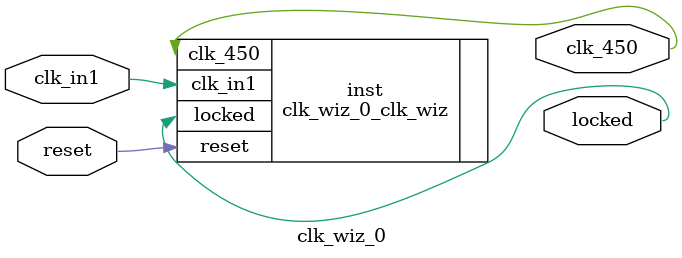
<source format=v>


`timescale 1ps/1ps

(* CORE_GENERATION_INFO = "clk_wiz_0,clk_wiz_v6_0_13_0_0,{component_name=clk_wiz_0,use_phase_alignment=true,use_min_o_jitter=false,use_max_i_jitter=false,use_dyn_phase_shift=false,use_inclk_switchover=false,use_dyn_reconfig=false,enable_axi=0,feedback_source=FDBK_AUTO,PRIMITIVE=MMCM,num_out_clk=1,clkin1_period=10.000,clkin2_period=10.000,use_power_down=false,use_reset=true,use_locked=true,use_inclk_stopped=false,feedback_type=SINGLE,CLOCK_MGR_TYPE=NA,manual_override=false}" *)

module clk_wiz_0 
 (
  // Clock out ports
  output        clk_450,
  // Status and control signals
  input         reset,
  output        locked,
 // Clock in ports
  input         clk_in1
 );

  clk_wiz_0_clk_wiz inst
  (
  // Clock out ports  
  .clk_450(clk_450),
  // Status and control signals               
  .reset(reset), 
  .locked(locked),
 // Clock in ports
  .clk_in1(clk_in1)
  );

endmodule

</source>
